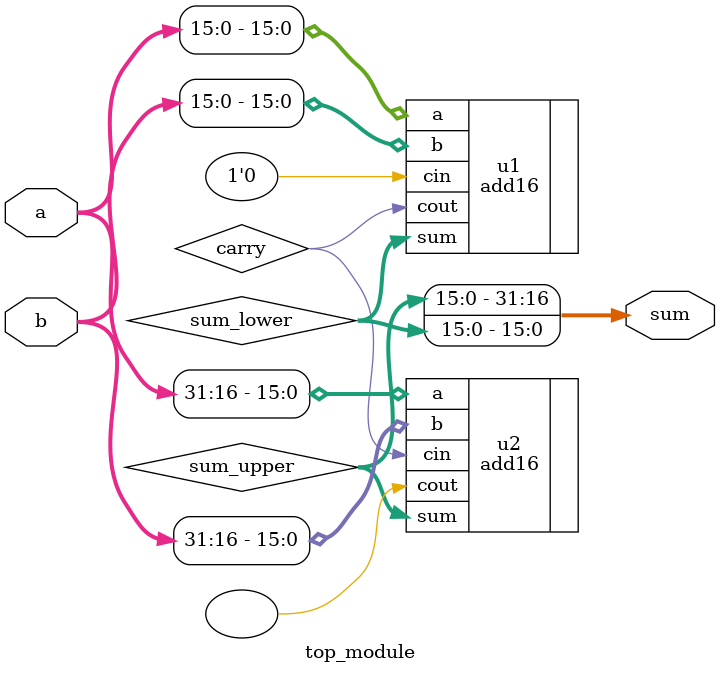
<source format=v>
module top_module(
    input [31:0] a,
    input [31:0] b,
    output [31:0] sum
);
    wire [15:0] sum_lower, sum_upper;
    wire carry;

    // First 16-bit adder (lower half)
    add16 u1 (
        .a   (a[15:0]),
        .b   (b[15:0]),
        .cin (1'b0),
        .sum (sum_lower),
        .cout(carry)
    );

    // Second 16-bit adder (upper half)
    add16 u2 (
        .a   (a[31:16]),
        .b   (b[31:16]),
        .cin (carry),
        .sum (sum_upper),
        .cout()       // Ignored
    );

    // Combine the result
    assign sum = {sum_upper, sum_lower};

endmodule

</source>
